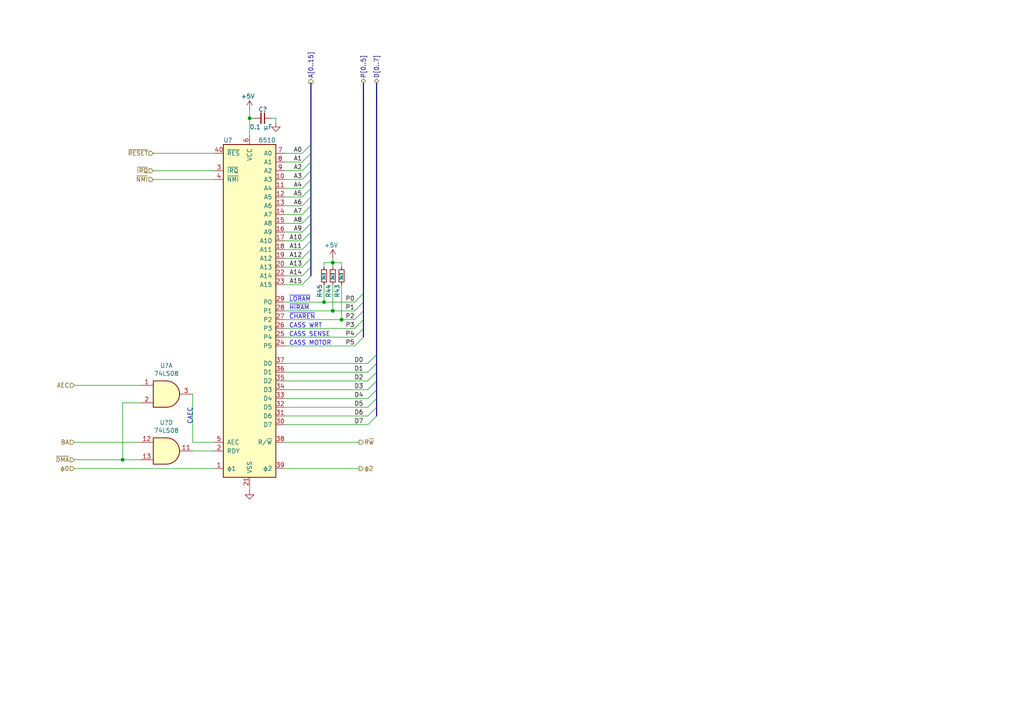
<source format=kicad_sch>
(kicad_sch (version 20231120) (generator "eeschema") (generator_version "8.0")
  (paper "A4")
  (title_block (title "Commodore 64 - CPU") (date "2019-08-11") (rev "0.2") (company "Commodore Business Machines, Inc.") (comment 1 "Based on C64/C64C Service Manual (1992-03) pp. 31-32 [PN-314001-03]") (comment 4 "KiCad schematic capture by Cumbayah! <cumbayah@subetha.dk>"))
  (lib_symbols
    (symbol "74xx:74LS08" (pin_names (offset 1.016))
      (property "Reference" "U" (at 0 1.27 0))
      (property "Value" "74LS08" (at 0 -1.27 0))
      (symbol "74LS08_1_1"
        (arc (start 0 -3.81) (mid 3.7934 0) (end 0 3.81) (stroke (width 0.254)) (fill (type background)))
        (polyline (pts (xy 0 3.81) (xy -3.81 3.81) (xy -3.81 -3.81) (xy 0 -3.81)) (stroke (width 0.254)) (fill (type background)))
        (pin input line (at -7.62 2.54 0) (length 3.81) (name "~") (number "1"))
        (pin input line (at -7.62 -2.54 0) (length 3.81) (name "~") (number "2"))
        (pin output line (at 7.62 0 180) (length 3.81) (name "~") (number "3"))
      )
      (symbol "74LS08_1_2"
        (arc (start -3.81 -3.81) (mid -2.589 0) (end -3.81 3.81) (stroke (width 0.254)))
        (arc (start -0.6096 -3.81) (mid 2.1842 -2.5851) (end 3.81 0) (stroke (width 0.254)) (fill (type background)))
        (polyline (pts (xy -3.81 -3.81) (xy -0.635 -3.81)) (stroke (width 0.254)) (fill (type background)))
        (polyline (pts (xy -3.81 3.81) (xy -0.635 3.81)) (stroke (width 0.254)) (fill (type background)))
        (polyline (pts (xy -0.635 3.81) (xy -3.81 3.81) (xy -3.81 3.81) (xy -3.556 3.4036) (xy -3.0226 2.2606) (xy -2.6924 1.0414) (xy -2.6162 -0.254) (xy -2.7686 -1.4986) (xy -3.175 -2.7178) (xy -3.81 -3.81) (xy -3.81 -3.81) (xy -0.635 -3.81)) (stroke (width -25.4)) (fill (type background)))
        (arc (start 3.81 0) (mid 2.1915 2.5936) (end -0.6096 3.81) (stroke (width 0.254)) (fill (type background)))
        (pin input inverted (at -7.62 2.54 0) (length 4.318) (name "~") (number "1"))
        (pin input inverted (at -7.62 -2.54 0) (length 4.318) (name "~") (number "2"))
        (pin output inverted (at 7.62 0 180) (length 3.81) (name "~") (number "3"))
      )
      (symbol "74LS08_2_1"
        (arc (start 0 -3.81) (mid 3.7934 0) (end 0 3.81) (stroke (width 0.254)) (fill (type background)))
        (polyline (pts (xy 0 3.81) (xy -3.81 3.81) (xy -3.81 -3.81) (xy 0 -3.81)) (stroke (width 0.254)) (fill (type background)))
        (pin input line (at -7.62 2.54 0) (length 3.81) (name "~") (number "4"))
        (pin input line (at -7.62 -2.54 0) (length 3.81) (name "~") (number "5"))
        (pin output line (at 7.62 0 180) (length 3.81) (name "~") (number "6"))
      )
      (symbol "74LS08_2_2"
        (arc (start -3.81 -3.81) (mid -2.589 0) (end -3.81 3.81) (stroke (width 0.254)))
        (arc (start -0.6096 -3.81) (mid 2.1842 -2.5851) (end 3.81 0) (stroke (width 0.254)) (fill (type background)))
        (polyline (pts (xy -3.81 -3.81) (xy -0.635 -3.81)) (stroke (width 0.254)) (fill (type background)))
        (polyline (pts (xy -3.81 3.81) (xy -0.635 3.81)) (stroke (width 0.254)) (fill (type background)))
        (polyline (pts (xy -0.635 3.81) (xy -3.81 3.81) (xy -3.81 3.81) (xy -3.556 3.4036) (xy -3.0226 2.2606) (xy -2.6924 1.0414) (xy -2.6162 -0.254) (xy -2.7686 -1.4986) (xy -3.175 -2.7178) (xy -3.81 -3.81) (xy -3.81 -3.81) (xy -0.635 -3.81)) (stroke (width -25.4)) (fill (type background)))
        (arc (start 3.81 0) (mid 2.1915 2.5936) (end -0.6096 3.81) (stroke (width 0.254)) (fill (type background)))
        (pin input inverted (at -7.62 2.54 0) (length 4.318) (name "~") (number "4"))
        (pin input inverted (at -7.62 -2.54 0) (length 4.318) (name "~") (number "5"))
        (pin output inverted (at 7.62 0 180) (length 3.81) (name "~") (number "6"))
      )
      (symbol "74LS08_3_1"
        (arc (start 0 -3.81) (mid 3.7934 0) (end 0 3.81) (stroke (width 0.254)) (fill (type background)))
        (polyline (pts (xy 0 3.81) (xy -3.81 3.81) (xy -3.81 -3.81) (xy 0 -3.81)) (stroke (width 0.254)) (fill (type background)))
        (pin input line (at -7.62 -2.54 0) (length 3.81) (name "~") (number "10"))
        (pin output line (at 7.62 0 180) (length 3.81) (name "~") (number "8"))
        (pin input line (at -7.62 2.54 0) (length 3.81) (name "~") (number "9"))
      )
      (symbol "74LS08_3_2"
        (arc (start -3.81 -3.81) (mid -2.589 0) (end -3.81 3.81) (stroke (width 0.254)))
        (arc (start -0.6096 -3.81) (mid 2.1842 -2.5851) (end 3.81 0) (stroke (width 0.254)) (fill (type background)))
        (polyline (pts (xy -3.81 -3.81) (xy -0.635 -3.81)) (stroke (width 0.254)) (fill (type background)))
        (polyline (pts (xy -3.81 3.81) (xy -0.635 3.81)) (stroke (width 0.254)) (fill (type background)))
        (polyline (pts (xy -0.635 3.81) (xy -3.81 3.81) (xy -3.81 3.81) (xy -3.556 3.4036) (xy -3.0226 2.2606) (xy -2.6924 1.0414) (xy -2.6162 -0.254) (xy -2.7686 -1.4986) (xy -3.175 -2.7178) (xy -3.81 -3.81) (xy -3.81 -3.81) (xy -0.635 -3.81)) (stroke (width -25.4)) (fill (type background)))
        (arc (start 3.81 0) (mid 2.1915 2.5936) (end -0.6096 3.81) (stroke (width 0.254)) (fill (type background)))
        (pin input inverted (at -7.62 -2.54 0) (length 4.318) (name "~") (number "10"))
        (pin output inverted (at 7.62 0 180) (length 3.81) (name "~") (number "8"))
        (pin input inverted (at -7.62 2.54 0) (length 4.318) (name "~") (number "9"))
      )
      (symbol "74LS08_4_1"
        (arc (start 0 -3.81) (mid 3.7934 0) (end 0 3.81) (stroke (width 0.254)) (fill (type background)))
        (polyline (pts (xy 0 3.81) (xy -3.81 3.81) (xy -3.81 -3.81) (xy 0 -3.81)) (stroke (width 0.254)) (fill (type background)))
        (pin output line (at 7.62 0 180) (length 3.81) (name "~") (number "11"))
        (pin input line (at -7.62 2.54 0) (length 3.81) (name "~") (number "12"))
        (pin input line (at -7.62 -2.54 0) (length 3.81) (name "~") (number "13"))
      )
      (symbol "74LS08_4_2"
        (arc (start -3.81 -3.81) (mid -2.589 0) (end -3.81 3.81) (stroke (width 0.254)))
        (arc (start -0.6096 -3.81) (mid 2.1842 -2.5851) (end 3.81 0) (stroke (width 0.254)) (fill (type background)))
        (polyline (pts (xy -3.81 -3.81) (xy -0.635 -3.81)) (stroke (width 0.254)) (fill (type background)))
        (polyline (pts (xy -3.81 3.81) (xy -0.635 3.81)) (stroke (width 0.254)) (fill (type background)))
        (polyline (pts (xy -0.635 3.81) (xy -3.81 3.81) (xy -3.81 3.81) (xy -3.556 3.4036) (xy -3.0226 2.2606) (xy -2.6924 1.0414) (xy -2.6162 -0.254) (xy -2.7686 -1.4986) (xy -3.175 -2.7178) (xy -3.81 -3.81) (xy -3.81 -3.81) (xy -0.635 -3.81)) (stroke (width -25.4)) (fill (type background)))
        (arc (start 3.81 0) (mid 2.1915 2.5936) (end -0.6096 3.81) (stroke (width 0.254)) (fill (type background)))
        (pin output inverted (at 7.62 0 180) (length 3.81) (name "~") (number "11"))
        (pin input inverted (at -7.62 2.54 0) (length 4.318) (name "~") (number "12"))
        (pin input inverted (at -7.62 -2.54 0) (length 4.318) (name "~") (number "13"))
      )
      (symbol "74LS08_5_0"
        (pin power_in line (at 0 12.7 270) (length 5.08) (name "VCC") (number "14"))
        (pin power_in line (at 0 -12.7 90) (length 5.08) (name "GND") (number "7"))
      )
      (symbol "74LS08_5_1"
        (rectangle (start -5.08 7.62) (end 5.08 -7.62) (stroke (width 0.254)) (fill (type background)))
      )
    )
    (symbol "C64B-rescue:+5V-power" (power) (pin_names (offset 0))
      (property "Value" "power_+5V" (at 0 3.556 0))
      (symbol "+5V-power_0_1"
        (polyline (pts (xy -0.762 1.27) (xy 0 2.54)))
        (polyline (pts (xy 0 0) (xy 0 2.54)))
        (polyline (pts (xy 0 2.54) (xy 0.762 1.27)))
      )
      (symbol "+5V-power_1_1"
        (pin power_in line (at 0 0 90) (length 0) hide (name "+5V") (number "1"))
      )
    )
    (symbol "C64B-rescue:GND-power" (power) (pin_names (offset 0))
      (property "Value" "power_GND" (at 0 -3.81 0))
      (symbol "GND-power_0_1"
        (polyline (pts (xy 0 0) (xy 0 -1.27) (xy 1.27 -1.27) (xy 0 -2.54) (xy -1.27 -1.27) (xy 0 -1.27)))
      )
      (symbol "GND-power_1_1"
        (pin power_in line (at 0 0 270) (length 0) hide (name "GND") (number "1"))
      )
    )
    (symbol "CPU_MOSTechnology:6510" (pin_names (offset 1.016))
      (property "Reference" "U" (at -7.62 49.53 0))
      (property "Value" "6510" (at 7.62 49.53 0))
      (symbol "6510_0_1"
        (rectangle (start -7.62 48.26) (end 7.62 -48.26) (stroke (width 0.254)) (fill (type background)))
      )
      (symbol "6510_1_1"
        (pin input line (at -10.16 -45.72 0) (length 2.54) (name "ϕ1") (number "1"))
        (pin tri_state line (at 10.16 38.1 180) (length 2.54) (name "A3") (number "10"))
        (pin tri_state line (at 10.16 35.56 180) (length 2.54) (name "A4") (number "11"))
        (pin tri_state line (at 10.16 33.02 180) (length 2.54) (name "A5") (number "12"))
        (pin tri_state line (at 10.16 30.48 180) (length 2.54) (name "A6") (number "13"))
        (pin tri_state line (at 10.16 27.94 180) (length 2.54) (name "A7") (number "14"))
        (pin tri_state line (at 10.16 25.4 180) (length 2.54) (name "A8") (number "15"))
        (pin tri_state line (at 10.16 22.86 180) (length 2.54) (name "A9") (number "16"))
        (pin tri_state line (at 10.16 20.32 180) (length 2.54) (name "A10") (number "17"))
        (pin tri_state line (at 10.16 17.78 180) (length 2.54) (name "A11") (number "18"))
        (pin tri_state line (at 10.16 15.24 180) (length 2.54) (name "A12") (number "19"))
        (pin input line (at -10.16 -40.64 0) (length 2.54) (name "RDY") (number "2"))
        (pin tri_state line (at 10.16 12.7 180) (length 2.54) (name "A13") (number "20"))
        (pin power_in line (at 0 -50.8 90) (length 2.54) (name "VSS") (number "21"))
        (pin tri_state line (at 10.16 10.16 180) (length 2.54) (name "A14") (number "22"))
        (pin tri_state line (at 10.16 7.62 180) (length 2.54) (name "A15") (number "23"))
        (pin bidirectional line (at 10.16 -10.16 180) (length 2.54) (name "P5") (number "24"))
        (pin bidirectional line (at 10.16 -7.62 180) (length 2.54) (name "P4") (number "25"))
        (pin bidirectional line (at 10.16 -5.08 180) (length 2.54) (name "P3") (number "26"))
        (pin bidirectional line (at 10.16 -2.54 180) (length 2.54) (name "P2") (number "27"))
        (pin bidirectional line (at 10.16 0 180) (length 2.54) (name "P1") (number "28"))
        (pin bidirectional line (at 10.16 2.54 180) (length 2.54) (name "P0") (number "29"))
        (pin input line (at -10.16 40.64 0) (length 2.54) (name "~{IRQ}") (number "3"))
        (pin bidirectional line (at 10.16 -33.02 180) (length 2.54) (name "D7") (number "30"))
        (pin bidirectional line (at 10.16 -30.48 180) (length 2.54) (name "D6") (number "31"))
        (pin bidirectional line (at 10.16 -27.94 180) (length 2.54) (name "D5") (number "32"))
        (pin bidirectional line (at 10.16 -25.4 180) (length 2.54) (name "D4") (number "33"))
        (pin bidirectional line (at 10.16 -22.86 180) (length 2.54) (name "D3") (number "34"))
        (pin bidirectional line (at 10.16 -20.32 180) (length 2.54) (name "D2") (number "35"))
        (pin bidirectional line (at 10.16 -17.78 180) (length 2.54) (name "D1") (number "36"))
        (pin bidirectional line (at 10.16 -15.24 180) (length 2.54) (name "D0") (number "37"))
        (pin tri_state line (at 10.16 -38.1 180) (length 2.54) (name "R/~{W}") (number "38"))
        (pin output line (at 10.16 -45.72 180) (length 2.54) (name "ϕ2") (number "39"))
        (pin input line (at -10.16 38.1 0) (length 2.54) (name "~{NMI}") (number "4"))
        (pin input line (at -10.16 45.72 0) (length 2.54) (name "~{RES}") (number "40"))
        (pin input line (at -10.16 -38.1 0) (length 2.54) (name "AEC") (number "5"))
        (pin power_in line (at 0 50.8 270) (length 2.54) (name "VCC") (number "6"))
        (pin tri_state line (at 10.16 45.72 180) (length 2.54) (name "A0") (number "7"))
        (pin tri_state line (at 10.16 43.18 180) (length 2.54) (name "A1") (number "8"))
        (pin tri_state line (at 10.16 40.64 180) (length 2.54) (name "A2") (number "9"))
      )
    )
    (symbol "Device:C_Small" (pin_numbers hide) (pin_names (offset 0.254) hide)
      (property "Reference" "C" (at 0.254 1.778 0))
      (property "Value" "C_Small" (at 0.254 -2.032 0))
      (symbol "C_Small_0_1"
        (polyline (pts (xy -1.524 -0.508) (xy 1.524 -0.508)) (stroke (width 0.3302)))
        (polyline (pts (xy -1.524 0.508) (xy 1.524 0.508)) (stroke (width 0.3048)))
      )
      (symbol "C_Small_1_1"
        (pin passive line (at 0 2.54 270) (length 2.032) (name "~") (number "1"))
        (pin passive line (at 0 -2.54 90) (length 2.032) (name "~") (number "2"))
      )
    )
    (symbol "Device:R_Small" (pin_numbers hide) (pin_names (offset 0.254) hide)
      (property "Reference" "R" (at 0.762 0.508 0))
      (property "Value" "R_Small" (at 0.762 -1.016 0))
      (symbol "R_Small_0_1"
        (rectangle (start -0.762 1.778) (end 0.762 -1.778) (stroke (width 0.2032)))
      )
      (symbol "R_Small_1_1"
        (pin passive line (at 0 2.54 270) (length 0.762) (name "~") (number "1"))
        (pin passive line (at 0 -2.54 90) (length 0.762) (name "~") (number "2"))
      )
    )
  )
  (junction (at 93.98 87.63))
  (junction (at 72.39 34.29))
  (junction (at 99.06 92.71))
  (junction (at 35.56 133.35))
  (junction (at 96.52 90.17))
  (junction (at 96.52 76.2))
  (bus_entry (at 102.87 100.33) (size 2.54 -2.54))
  (bus_entry (at 106.68 110.49) (size 2.54 -2.54))
  (bus_entry (at 87.63 52.07) (size 2.54 -2.54))
  (bus_entry (at 102.87 92.71) (size 2.54 -2.54))
  (bus_entry (at 87.63 62.23) (size 2.54 -2.54))
  (bus_entry (at 87.63 46.99) (size 2.54 -2.54))
  (bus_entry (at 87.63 64.77) (size 2.54 -2.54))
  (bus_entry (at 87.63 59.69) (size 2.54 -2.54))
  (bus_entry (at 87.63 57.15) (size 2.54 -2.54))
  (bus_entry (at 87.63 74.93) (size 2.54 -2.54))
  (bus_entry (at 87.63 69.85) (size 2.54 -2.54))
  (bus_entry (at 87.63 82.55) (size 2.54 -2.54))
  (bus_entry (at 106.68 120.65) (size 2.54 -2.54))
  (bus_entry (at 87.63 67.31) (size 2.54 -2.54))
  (bus_entry (at 106.68 123.19) (size 2.54 -2.54))
  (bus_entry (at 87.63 44.45) (size 2.54 -2.54))
  (bus_entry (at 87.63 77.47) (size 2.54 -2.54))
  (bus_entry (at 106.68 107.95) (size 2.54 -2.54))
  (bus_entry (at 87.63 80.01) (size 2.54 -2.54))
  (bus_entry (at 106.68 105.41) (size 2.54 -2.54))
  (bus_entry (at 106.68 115.57) (size 2.54 -2.54))
  (bus_entry (at 87.63 72.39) (size 2.54 -2.54))
  (bus_entry (at 87.63 49.53) (size 2.54 -2.54))
  (bus_entry (at 102.87 87.63) (size 2.54 -2.54))
  (bus_entry (at 102.87 95.25) (size 2.54 -2.54))
  (bus_entry (at 102.87 90.17) (size 2.54 -2.54))
  (bus_entry (at 106.68 113.03) (size 2.54 -2.54))
  (bus_entry (at 87.63 54.61) (size 2.54 -2.54))
  (bus_entry (at 102.87 97.79) (size 2.54 -2.54))
  (bus_entry (at 106.68 118.11) (size 2.54 -2.54))
  (bus (pts (xy 90.17 57.15) (xy 90.17 59.69)))
  (bus (pts (xy 90.17 77.47) (xy 90.17 80.01)))
  (wire (pts (xy 82.55 128.27) (xy 104.14 128.27)))
  (wire (pts (xy 82.55 110.49) (xy 106.68 110.49)))
  (wire (pts (xy 44.45 44.45) (xy 62.23 44.45)))
  (wire (pts (xy 96.52 76.2) (xy 99.06 76.2)))
  (wire (pts (xy 82.55 87.63) (xy 93.98 87.63)))
  (bus (pts (xy 109.22 118.11) (xy 109.22 120.65)))
  (bus (pts (xy 109.22 110.49) (xy 109.22 113.03)))
  (wire (pts (xy 82.55 69.85) (xy 87.63 69.85)))
  (wire (pts (xy 82.55 107.95) (xy 106.68 107.95)))
  (wire (pts (xy 40.64 116.84) (xy 35.56 116.84)))
  (wire (pts (xy 21.59 128.27) (xy 40.64 128.27)))
  (wire (pts (xy 82.55 49.53) (xy 87.63 49.53)))
  (wire (pts (xy 99.06 76.2) (xy 99.06 77.47)))
  (bus (pts (xy 109.22 102.87) (xy 109.22 105.41)))
  (wire (pts (xy 93.98 77.47) (xy 93.98 76.2)))
  (wire (pts (xy 93.98 76.2) (xy 96.52 76.2)))
  (wire (pts (xy 55.88 128.27) (xy 62.23 128.27)))
  (wire (pts (xy 44.45 49.53) (xy 62.23 49.53)))
  (wire (pts (xy 82.55 44.45) (xy 87.63 44.45)))
  (bus (pts (xy 90.17 72.39) (xy 90.17 74.93)))
  (wire (pts (xy 82.55 54.61) (xy 87.63 54.61)))
  (wire (pts (xy 82.55 77.47) (xy 87.63 77.47)))
  (wire (pts (xy 82.55 57.15) (xy 87.63 57.15)))
  (wire (pts (xy 72.39 39.37) (xy 72.39 34.29)))
  (wire (pts (xy 82.55 52.07) (xy 87.63 52.07)))
  (bus (pts (xy 109.22 105.41) (xy 109.22 107.95)))
  (wire (pts (xy 82.55 80.01) (xy 87.63 80.01)))
  (wire (pts (xy 82.55 120.65) (xy 106.68 120.65)))
  (wire (pts (xy 72.39 34.29) (xy 73.66 34.29)))
  (bus (pts (xy 109.22 107.95) (xy 109.22 110.49)))
  (bus (pts (xy 105.41 87.63) (xy 105.41 90.17)))
  (wire (pts (xy 82.55 74.93) (xy 87.63 74.93)))
  (wire (pts (xy 82.55 97.79) (xy 102.87 97.79)))
  (wire (pts (xy 82.55 115.57) (xy 106.68 115.57)))
  (bus (pts (xy 105.41 24.13) (xy 105.41 85.09)))
  (wire (pts (xy 82.55 67.31) (xy 87.63 67.31)))
  (wire (pts (xy 82.55 72.39) (xy 87.63 72.39)))
  (wire (pts (xy 82.55 105.41) (xy 106.68 105.41)))
  (bus (pts (xy 90.17 49.53) (xy 90.17 52.07)))
  (wire (pts (xy 96.52 90.17) (xy 102.87 90.17)))
  (wire (pts (xy 82.55 90.17) (xy 96.52 90.17)))
  (wire (pts (xy 96.52 82.55) (xy 96.52 90.17)))
  (wire (pts (xy 99.06 82.55) (xy 99.06 92.71)))
  (wire (pts (xy 93.98 82.55) (xy 93.98 87.63)))
  (wire (pts (xy 82.55 64.77) (xy 87.63 64.77)))
  (wire (pts (xy 21.59 135.89) (xy 62.23 135.89)))
  (bus (pts (xy 105.41 95.25) (xy 105.41 97.79)))
  (bus (pts (xy 90.17 46.99) (xy 90.17 49.53)))
  (wire (pts (xy 82.55 59.69) (xy 87.63 59.69)))
  (wire (pts (xy 82.55 100.33) (xy 102.87 100.33)))
  (bus (pts (xy 90.17 67.31) (xy 90.17 69.85)))
  (bus (pts (xy 90.17 52.07) (xy 90.17 54.61)))
  (wire (pts (xy 82.55 123.19) (xy 106.68 123.19)))
  (bus (pts (xy 90.17 62.23) (xy 90.17 64.77)))
  (wire (pts (xy 96.52 74.93) (xy 96.52 76.2)))
  (bus (pts (xy 90.17 59.69) (xy 90.17 62.23)))
  (wire (pts (xy 72.39 140.97) (xy 72.39 142.24)))
  (bus (pts (xy 105.41 90.17) (xy 105.41 92.71)))
  (bus (pts (xy 109.22 24.13) (xy 109.22 102.87)))
  (wire (pts (xy 82.55 118.11) (xy 106.68 118.11)))
  (wire (pts (xy 82.55 82.55) (xy 87.63 82.55)))
  (bus (pts (xy 90.17 44.45) (xy 90.17 46.99)))
  (wire (pts (xy 96.52 76.2) (xy 96.52 77.47)))
  (wire (pts (xy 78.74 34.29) (xy 80.01 34.29)))
  (bus (pts (xy 105.41 85.09) (xy 105.41 87.63)))
  (wire (pts (xy 44.45 52.07) (xy 62.23 52.07)))
  (bus (pts (xy 109.22 113.03) (xy 109.22 115.57)))
  (wire (pts (xy 82.55 95.25) (xy 102.87 95.25)))
  (bus (pts (xy 90.17 54.61) (xy 90.17 57.15)))
  (bus (pts (xy 90.17 74.93) (xy 90.17 77.47)))
  (bus (pts (xy 90.17 24.13) (xy 90.17 41.91)))
  (wire (pts (xy 72.39 34.29) (xy 72.39 31.75)))
  (bus (pts (xy 105.41 92.71) (xy 105.41 95.25)))
  (wire (pts (xy 35.56 133.35) (xy 40.64 133.35)))
  (wire (pts (xy 80.01 34.29) (xy 80.01 35.56)))
  (wire (pts (xy 82.55 135.89) (xy 104.14 135.89)))
  (wire (pts (xy 82.55 92.71) (xy 99.06 92.71)))
  (wire (pts (xy 82.55 62.23) (xy 87.63 62.23)))
  (wire (pts (xy 99.06 92.71) (xy 102.87 92.71)))
  (wire (pts (xy 82.55 113.03) (xy 106.68 113.03)))
  (wire (pts (xy 35.56 133.35) (xy 21.59 133.35)))
  (wire (pts (xy 21.59 111.76) (xy 40.64 111.76)))
  (bus (pts (xy 90.17 69.85) (xy 90.17 72.39)))
  (bus (pts (xy 90.17 41.91) (xy 90.17 44.45)))
  (bus (pts (xy 90.17 64.77) (xy 90.17 67.31)))
  (wire (pts (xy 35.56 116.84) (xy 35.56 133.35)))
  (wire (pts (xy 55.88 130.81) (xy 62.23 130.81)))
  (wire (pts (xy 93.98 87.63) (xy 102.87 87.63)))
  (wire (pts (xy 82.55 46.99) (xy 87.63 46.99)))
  (bus (pts (xy 109.22 115.57) (xy 109.22 118.11)))
  (wire (pts (xy 55.88 114.3) (xy 55.88 128.27)))
  (text "CAEC" (at 55.88 123.19 90) (effects (font (size 1.27 1.27)) (justify left bottom)))
  (text "~{CHAREN}" (at 83.82 92.71 0) (effects (font (size 1.27 1.27)) (justify left bottom)))
  (text "CASS WRT" (at 83.82 95.25 0) (effects (font (size 1.27 1.27)) (justify left bottom)))
  (text "CASS SENSE" (at 83.82 97.79 0) (effects (font (size 1.27 1.27)) (justify left bottom)))
  (text "CASS MOTOR" (at 83.82 100.33 0) (effects (font (size 1.27 1.27)) (justify left bottom)))
  (text "~{LORAM}" (at 83.82 87.63 0) (effects (font (size 1.27 1.27)) (justify left bottom)))
  (text "~{HIRAM}" (at 83.82 90.17 0) (effects (font (size 1.27 1.27)) (justify left bottom)))
  (label "D6" (at 105.41 120.65 180))
  (label "A8" (at 87.63 64.77 180))
  (label "A13" (at 87.63 77.47 180))
  (label "P3" (at 102.87 95.25 180))
  (label "A14" (at 87.63 80.01 180))
  (label "A12" (at 87.63 74.93 180))
  (label "A5" (at 87.63 57.15 180))
  (label "P2" (at 102.87 92.71 180))
  (label "A7" (at 87.63 62.23 180))
  (label "D1" (at 105.41 107.95 180))
  (label "A9" (at 87.63 67.31 180))
  (label "P4" (at 102.87 97.79 180))
  (label "D5" (at 105.41 118.11 180))
  (label "A6" (at 87.63 59.69 180))
  (label "D3" (at 105.41 113.03 180))
  (label "A11" (at 87.63 72.39 180))
  (label "A10" (at 87.63 69.85 180))
  (label "A4" (at 87.63 54.61 180))
  (label "A15" (at 87.63 82.55 180))
  (label "D2" (at 105.41 110.49 180))
  (label "D7" (at 105.41 123.19 180))
  (label "A2" (at 87.63 49.53 180))
  (label "A0" (at 87.63 44.45 180))
  (label "A1" (at 87.63 46.99 180))
  (label "P5" (at 102.87 100.33 180))
  (label "A3" (at 87.63 52.07 180))
  (label "P0" (at 102.87 87.63 180))
  (label "D4" (at 105.41 115.57 180))
  (label "D0" (at 105.41 105.41 180))
  (label "P1" (at 102.87 90.17 180))
  (hierarchical_label "~{RESET}" (shape input) (at 44.45 44.45 180))
  (hierarchical_label "A[0..15]" (shape output) (at 90.17 24.13 90))
  (hierarchical_label "ϕ2" (shape output) (at 104.14 135.89 0))
  (hierarchical_label "R~{W}" (shape output) (at 104.14 128.27 0))
  (hierarchical_label "ϕ0" (shape input) (at 21.59 135.89 180))
  (hierarchical_label "~{DMA}" (shape input) (at 21.59 133.35 180))
  (hierarchical_label "AEC" (shape input) (at 21.59 111.76 180))
  (hierarchical_label "P[0..5]" (shape bidirectional) (at 105.41 24.13 90))
  (hierarchical_label "BA" (shape input) (at 21.59 128.27 180))
  (hierarchical_label "~{IRQ}" (shape input) (at 44.45 49.53 180))
  (hierarchical_label "~{NMI}" (shape input) (at 44.45 52.07 180))
  (hierarchical_label "D[0..7]" (shape bidirectional) (at 109.22 24.13 90))
  (symbol (lib_id "CPU_MOSTechnology:6510") (at 72.39 90.17 0) (unit 1)
    (property "Reference" "U7" (at 64.77 40.64 0) (effects (justify left)))
    (property "Value" "6510" (at 80.01 40.64 0) (effects (justify right)))
    (property "Datasheet" "https://archive.org/download/mos_6510_mpu/mos_6510_mpu.pdf" (effects (hide yes)))
    (instances (project "" (path "" (reference "U?") (unit 1)) (path "" (reference "U7") (unit 1))))
  )
  (symbol (lib_id "74xx:74LS08") (at 48.26 114.3 0) (unit 1)
    (property "Reference" "U27" (at 48.26 106.045 0))
    (property "Value" "74LS08" (at 48.26 108.3564 0))
    (property "Datasheet" "http://www.ti.com/lit/gpn/sn74LS08" (effects (hide yes)))
    (instances (project "" (path "" (reference "U?") (unit 1)) (path "" (reference "U27") (unit 1))))
  )
  (symbol (lib_id "74xx:74LS08") (at 48.26 130.81 0) (unit 4)
    (property "Reference" "U27" (at 48.26 122.555 0))
    (property "Value" "74LS08" (at 48.26 124.8664 0))
    (property "Datasheet" "http://www.ti.com/lit/gpn/sn74LS08" (effects (hide yes)))
    (instances (project "" (path "" (reference "U?") (unit 4)) (path "" (reference "U27") (unit 4))))
  )
  (symbol (lib_id "Device:C_Small") (at 76.2 34.29 270) (unit 1)
    (property "Reference" "C?" (at 74.93 31.75 90) (effects (justify left)))
    (property "Value" "0.1 μF" (at 72.39 36.83 90) (effects (justify left)))
    (property "Type" "Ceramic" (effects (hide yes)))
    (property "Voltage Rating" "25V" (effects (hide yes)))
    (instances (project "" (path "" (reference "C?") (unit 1)) (path "" (reference "C?") (unit 1)) (path "" (reference "C9") (unit 1))))
  )
  (symbol (lib_id "C64B-rescue:GND-power") (at 80.01 35.56 0) (unit 1)
    (property "Reference" "#PWR?" (effects (hide yes)))
    (property "Value" "GND" (effects (hide yes)))
    (instances (project "" (path "" (reference "#PWR?") (unit 1)) (path "" (reference "#PWR?") (unit 1)) (path "" (reference "#PWR0103") (unit 1))))
  )
  (symbol (lib_id "C64B-rescue:+5V-power") (at 72.39 31.75 0) (unit 1)
    (property "Reference" "#PWR?" (effects (hide yes)))
    (property "Value" "+5V" (at 69.85 27.94 0) (effects (justify left)))
    (instances (project "" (path "" (reference "#PWR?") (unit 1)) (path "" (reference "#PWR?") (unit 1)) (path "" (reference "#PWR0104") (unit 1))))
  )
  (symbol (lib_id "Device:R_Small") (at 96.52 80.01 0) (unit 1)
    (property "Reference" "R44" (at 95.25 86.36 90) (effects (justify left)))
    (property "Value" "3k3" (at 96.52 81.28 90) (effects (font (size 0.762 0.762)) (justify left)))
    (property "Ohmic Tolerance" "5%" (effects (hide yes)))
    (property "Power Rating" "0.25W" (effects (hide yes)))
  )
  (symbol (lib_id "C64B-rescue:+5V-power") (at 96.52 74.93 0) (unit 1)
    (property "Reference" "#PWR?" (effects (hide yes)))
    (property "Value" "+5V" (at 93.98 71.12 0) (effects (justify left)))
    (instances (project "" (path "" (reference "#PWR?") (unit 1)) (path "" (reference "#PWR?") (unit 1)) (path "" (reference "#PWR0261") (unit 1))))
  )
  (symbol (lib_id "Device:R_Small") (at 99.06 80.01 0) (unit 1)
    (property "Reference" "R43" (at 97.79 86.36 90) (effects (justify left)))
    (property "Value" "3k3" (at 99.06 81.28 90) (effects (font (size 0.762 0.762)) (justify left)))
    (property "Ohmic Tolerance" "5%" (effects (hide yes)))
    (property "Power Rating" "0.25W" (effects (hide yes)))
  )
  (symbol (lib_id "Device:R_Small") (at 93.98 80.01 0) (unit 1)
    (property "Reference" "R45" (at 92.71 86.36 90) (effects (justify left)))
    (property "Value" "3k3" (at 93.98 81.28 90) (effects (font (size 0.762 0.762)) (justify left)))
    (property "Ohmic Tolerance" "5%" (effects (hide yes)))
    (property "Power Rating" "0.25W" (effects (hide yes)))
  )
  (symbol (lib_id "C64B-rescue:GND-power") (at 72.39 142.24 0) (mirror y) (unit 1)
    (property "Reference" "#PWR?" (effects (hide yes)))
    (property "Value" "GND" (effects (hide yes)))
    (instances (project "" (path "" (reference "#PWR?") (unit 1)) (path "" (reference "#PWR?") (unit 1)) (path "" (reference "#PWR0105") (unit 1)) (path "" (reference "#PWR?") (unit 1))))
  )
)
</source>
